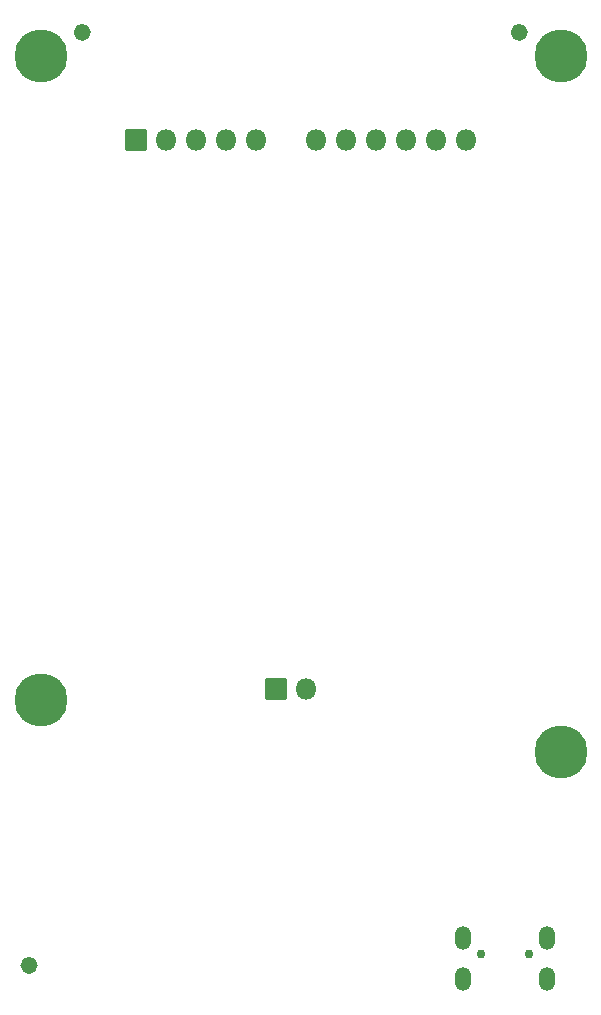
<source format=gbr>
%TF.GenerationSoftware,KiCad,Pcbnew,(6.0.5)*%
%TF.CreationDate,2023-05-01T10:01:18+02:00*%
%TF.ProjectId,arduboy_AS_flavor,61726475-626f-4795-9f41-535f666c6176,rev?*%
%TF.SameCoordinates,Original*%
%TF.FileFunction,Soldermask,Bot*%
%TF.FilePolarity,Negative*%
%FSLAX46Y46*%
G04 Gerber Fmt 4.6, Leading zero omitted, Abs format (unit mm)*
G04 Created by KiCad (PCBNEW (6.0.5)) date 2023-05-01 10:01:18*
%MOMM*%
%LPD*%
G01*
G04 APERTURE LIST*
G04 Aperture macros list*
%AMRoundRect*
0 Rectangle with rounded corners*
0 $1 Rounding radius*
0 $2 $3 $4 $5 $6 $7 $8 $9 X,Y pos of 4 corners*
0 Add a 4 corners polygon primitive as box body*
4,1,4,$2,$3,$4,$5,$6,$7,$8,$9,$2,$3,0*
0 Add four circle primitives for the rounded corners*
1,1,$1+$1,$2,$3*
1,1,$1+$1,$4,$5*
1,1,$1+$1,$6,$7*
1,1,$1+$1,$8,$9*
0 Add four rect primitives between the rounded corners*
20,1,$1+$1,$2,$3,$4,$5,0*
20,1,$1+$1,$4,$5,$6,$7,0*
20,1,$1+$1,$6,$7,$8,$9,0*
20,1,$1+$1,$8,$9,$2,$3,0*%
G04 Aperture macros list end*
%ADD10C,0.150000*%
%ADD11O,1.800000X1.800000*%
%ADD12RoundRect,0.050000X0.850000X-0.850000X0.850000X0.850000X-0.850000X0.850000X-0.850000X-0.850000X0*%
%ADD13C,1.252000*%
%ADD14C,2.800000*%
%ADD15C,4.500000*%
%ADD16C,0.750000*%
%ADD17O,1.350000X2.000000*%
G04 APERTURE END LIST*
D10*
%TO.C,H1*%
X24650000Y-102000000D02*
G75*
G03*
X24650000Y-102000000I-650000J0D01*
G01*
%TO.C,H2*%
X29150000Y-23000000D02*
G75*
G03*
X29150000Y-23000000I-650000J0D01*
G01*
%TO.C,H3*%
X66150000Y-23000000D02*
G75*
G03*
X66150000Y-23000000I-650000J0D01*
G01*
%TO.C,H4*%
X25650000Y-25000000D02*
G75*
G03*
X25650000Y-25000000I-650000J0D01*
G01*
%TO.C,H5*%
X69650000Y-25000000D02*
G75*
G03*
X69650000Y-25000000I-650000J0D01*
G01*
%TO.C,H6*%
X69650000Y-83900000D02*
G75*
G03*
X69650000Y-83900000I-650000J0D01*
G01*
%TO.C,H7*%
X25650000Y-79500000D02*
G75*
G03*
X25650000Y-79500000I-650000J0D01*
G01*
%TO.C,H1*%
X24650000Y-102000000D02*
G75*
G03*
X24650000Y-102000000I-650000J0D01*
G01*
%TO.C,H2*%
X29150000Y-23000000D02*
G75*
G03*
X29150000Y-23000000I-650000J0D01*
G01*
%TO.C,H3*%
X66150000Y-23000000D02*
G75*
G03*
X66150000Y-23000000I-650000J0D01*
G01*
%TO.C,H4*%
X25650000Y-25000000D02*
G75*
G03*
X25650000Y-25000000I-650000J0D01*
G01*
%TO.C,H5*%
X69650000Y-25000000D02*
G75*
G03*
X69650000Y-25000000I-650000J0D01*
G01*
%TO.C,H6*%
X69650000Y-83900000D02*
G75*
G03*
X69650000Y-83900000I-650000J0D01*
G01*
%TO.C,H7*%
X25650000Y-79500000D02*
G75*
G03*
X25650000Y-79500000I-650000J0D01*
G01*
%TD*%
D11*
%TO.C,J2*%
X60970000Y-32100000D03*
X58430000Y-32100000D03*
X55890000Y-32100000D03*
X53350000Y-32100000D03*
X50810000Y-32100000D03*
X48270000Y-32100000D03*
X43190000Y-32100000D03*
X40650000Y-32100000D03*
X38110000Y-32100000D03*
X35570000Y-32100000D03*
D12*
X33030000Y-32100000D03*
%TD*%
D13*
%TO.C,H1*%
X24000000Y-102000000D03*
%TD*%
%TO.C,H2*%
X28500000Y-23000000D03*
%TD*%
%TO.C,H3*%
X65500000Y-23000000D03*
%TD*%
D14*
%TO.C,H4*%
X25000000Y-25000000D03*
D15*
X25000000Y-25000000D03*
%TD*%
D14*
%TO.C,H5*%
X69000000Y-25000000D03*
D15*
X69000000Y-25000000D03*
%TD*%
%TO.C,H6*%
X69000000Y-83900000D03*
D14*
X69000000Y-83900000D03*
%TD*%
D16*
%TO.C,J3*%
X66300000Y-101025000D03*
X62300000Y-101025000D03*
D17*
X60725000Y-99700000D03*
X60725000Y-103150000D03*
X67875000Y-99700000D03*
X67875000Y-103150000D03*
%TD*%
D15*
%TO.C,H7*%
X25000000Y-79500000D03*
D14*
X25000000Y-79500000D03*
%TD*%
D12*
%TO.C,JP2*%
X44900000Y-78600000D03*
D11*
X47440000Y-78600000D03*
%TD*%
M02*

</source>
